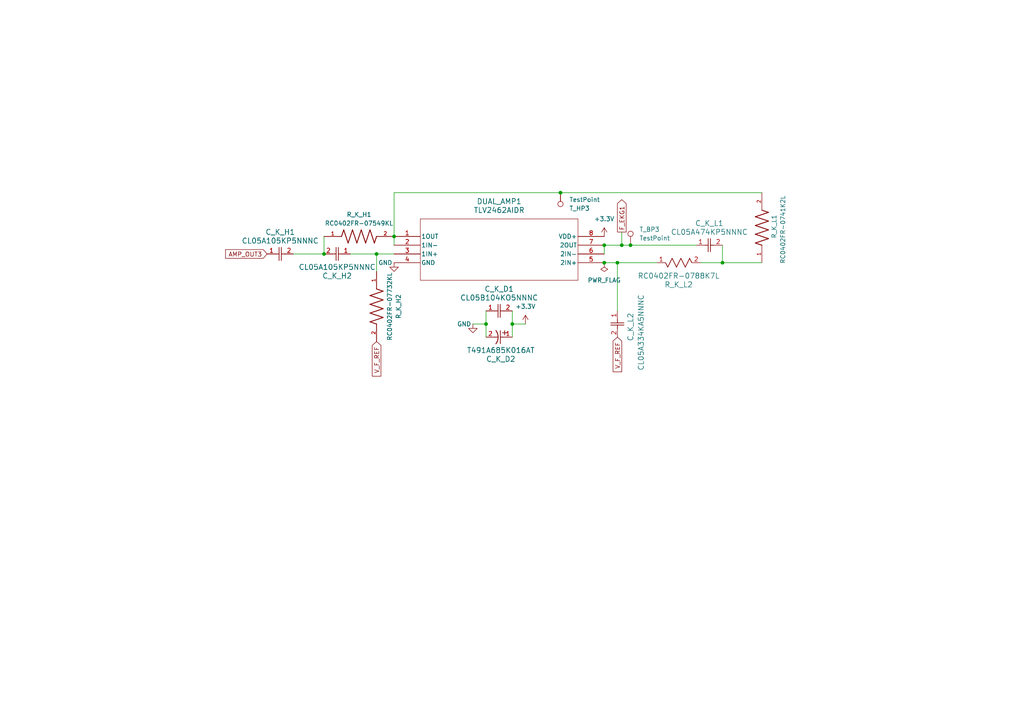
<source format=kicad_sch>
(kicad_sch (version 20231120) (generator "eeschema") (generator_version "8.0")
  (paper "A4")
  (title_block (title "EKG Filter") (date "2024-10-21") (rev "2") (company "FlexGlO"))
  (lib_symbols
    (symbol "2024-10-19_18-54-25:T491A685K016AT" (pin_names (offset 0.254))
      (property "Reference" "C" (at 3.81 3.81 0))
      (property "Value" "T491A685K016AT" (at 3.81 -3.81 0))
      (symbol "T491A685K016AT_1_1"
        (polyline (pts (xy 1.5748 1.27) (xy 2.8448 1.27)) (stroke (width 0.2032)))
        (polyline (pts (xy 2.2098 0.635) (xy 2.2098 1.905)) (stroke (width 0.2032)))
        (polyline (pts (xy 2.54 0) (xy 3.4798 0)) (stroke (width 0.2032)))
        (polyline (pts (xy 3.4798 -1.905) (xy 3.4798 1.905)) (stroke (width 0.2032)))
        (polyline (pts (xy 4.1148 0) (xy 5.08 0)) (stroke (width 0.2032)))
        (arc (start 4.7541 1.9108) (mid 4.1148 0) (end 4.7541 -1.9108) (stroke (width 0.254)))
        (pin unspecified line (at 0 0 0) (length 2.54) (name "") (number "1"))
        (pin unspecified line (at 7.62 0 180) (length 2.54) (name "") (number "2"))
      )
      (symbol "T491A685K016AT_1_2"
        (polyline (pts (xy -1.905 -3.4798) (xy 1.905 -3.4798)) (stroke (width 0.2032)))
        (polyline (pts (xy 0 -4.1148) (xy 0 -5.08)) (stroke (width 0.2032)))
        (polyline (pts (xy 0 -2.54) (xy 0 -3.4798)) (stroke (width 0.2032)))
        (polyline (pts (xy 0.635 -2.2098) (xy 1.905 -2.2098)) (stroke (width 0.2032)))
        (polyline (pts (xy 1.27 -1.5748) (xy 1.27 -2.8448)) (stroke (width 0.2032)))
        (arc (start 1.9108 -4.7541) (mid 0 -4.1148) (end -1.9108 -4.7541) (stroke (width 0.254)))
        (pin unspecified line (at 0 0 270) (length 2.54) (name "") (number "1"))
        (pin unspecified line (at 0 -7.62 90) (length 2.54) (name "") (number "2"))
      )
    )
    (symbol "CL05A105KO5NNNC:CL05A105KO5NNNC" (pin_names (offset 0.254))
      (property "Reference" "C" (at 3.81 3.81 0))
      (property "Value" "CL05A105KO5NNNC" (at 3.81 -3.81 0))
      (symbol "CL05A105KO5NNNC_1_1"
        (polyline (pts (xy 2.54 0) (xy 3.4798 0)) (stroke (width 0.2032)))
        (polyline (pts (xy 3.4798 -1.905) (xy 3.4798 1.905)) (stroke (width 0.2032)))
        (polyline (pts (xy 4.1148 -1.905) (xy 4.1148 1.905)) (stroke (width 0.2032)))
        (polyline (pts (xy 4.1148 0) (xy 5.08 0)) (stroke (width 0.2032)))
        (pin unspecified line (at 0 0 0) (length 2.54) (name "") (number "1"))
        (pin unspecified line (at 7.62 0 180) (length 2.54) (name "") (number "2"))
      )
      (symbol "CL05A105KO5NNNC_1_2"
        (polyline (pts (xy -1.905 -4.1148) (xy 1.905 -4.1148)) (stroke (width 0.2032)))
        (polyline (pts (xy -1.905 -3.4798) (xy 1.905 -3.4798)) (stroke (width 0.2032)))
        (polyline (pts (xy 0 -4.1148) (xy 0 -5.08)) (stroke (width 0.2032)))
        (polyline (pts (xy 0 -2.54) (xy 0 -3.4798)) (stroke (width 0.2032)))
        (pin unspecified line (at 0 0 270) (length 2.54) (name "") (number "1"))
        (pin unspecified line (at 0 -7.62 90) (length 2.54) (name "") (number "2"))
      )
    )
    (symbol "CL05A334KA5NNNC:CL05A334KA5NNNC" (pin_names (offset 0.254))
      (property "Reference" "C" (at 3.81 3.81 0))
      (property "Value" "CL05A334KA5NNNC" (at 3.81 -3.81 0))
      (symbol "CL05A334KA5NNNC_1_1"
        (polyline (pts (xy 2.54 0) (xy 3.4798 0)) (stroke (width 0.2032)))
        (polyline (pts (xy 3.4798 -1.905) (xy 3.4798 1.905)) (stroke (width 0.2032)))
        (polyline (pts (xy 4.1148 -1.905) (xy 4.1148 1.905)) (stroke (width 0.2032)))
        (polyline (pts (xy 4.1148 0) (xy 5.08 0)) (stroke (width 0.2032)))
        (pin unspecified line (at 0 0 0) (length 2.54) (name "") (number "1"))
        (pin unspecified line (at 7.62 0 180) (length 2.54) (name "") (number "2"))
      )
      (symbol "CL05A334KA5NNNC_1_2"
        (polyline (pts (xy -1.905 -4.1148) (xy 1.905 -4.1148)) (stroke (width 0.2032)))
        (polyline (pts (xy -1.905 -3.4798) (xy 1.905 -3.4798)) (stroke (width 0.2032)))
        (polyline (pts (xy 0 -4.1148) (xy 0 -5.08)) (stroke (width 0.2032)))
        (polyline (pts (xy 0 -2.54) (xy 0 -3.4798)) (stroke (width 0.2032)))
        (pin unspecified line (at 0 0 270) (length 2.54) (name "") (number "1"))
        (pin unspecified line (at 0 -7.62 90) (length 2.54) (name "") (number "2"))
      )
    )
    (symbol "CL05A474KP5NNNC:CL05A474KP5NNNC" (pin_names (offset 0.254))
      (property "Reference" "C" (at 3.81 3.81 0))
      (property "Value" "CL05A474KP5NNNC" (at 3.81 -3.81 0))
      (symbol "CL05A474KP5NNNC_1_1"
        (polyline (pts (xy 2.54 0) (xy 3.4798 0)) (stroke (width 0.2032)))
        (polyline (pts (xy 3.4798 -1.905) (xy 3.4798 1.905)) (stroke (width 0.2032)))
        (polyline (pts (xy 4.1148 -1.905) (xy 4.1148 1.905)) (stroke (width 0.2032)))
        (polyline (pts (xy 4.1148 0) (xy 5.08 0)) (stroke (width 0.2032)))
        (pin unspecified line (at 0 0 0) (length 2.54) (name "") (number "1"))
        (pin unspecified line (at 7.62 0 180) (length 2.54) (name "") (number "2"))
      )
      (symbol "CL05A474KP5NNNC_1_2"
        (polyline (pts (xy -1.905 -4.1148) (xy 1.905 -4.1148)) (stroke (width 0.2032)))
        (polyline (pts (xy -1.905 -3.4798) (xy 1.905 -3.4798)) (stroke (width 0.2032)))
        (polyline (pts (xy 0 -4.1148) (xy 0 -5.08)) (stroke (width 0.2032)))
        (polyline (pts (xy 0 -2.54) (xy 0 -3.4798)) (stroke (width 0.2032)))
        (pin unspecified line (at 0 0 270) (length 2.54) (name "") (number "1"))
        (pin unspecified line (at 0 -7.62 90) (length 2.54) (name "") (number "2"))
      )
    )
    (symbol "CL05B104KO5NNNC:CL05B104KO5NNNC" (pin_names (offset 0.254))
      (property "Reference" "C" (at 3.81 3.81 0))
      (property "Value" "CL05B104KO5NNNC" (at 3.81 -3.81 0))
      (symbol "CL05B104KO5NNNC_1_1"
        (polyline (pts (xy 2.54 0) (xy 3.4798 0)) (stroke (width 0.2032)))
        (polyline (pts (xy 3.4798 -1.905) (xy 3.4798 1.905)) (stroke (width 0.2032)))
        (polyline (pts (xy 4.1148 -1.905) (xy 4.1148 1.905)) (stroke (width 0.2032)))
        (polyline (pts (xy 4.1148 0) (xy 5.08 0)) (stroke (width 0.2032)))
        (pin unspecified line (at 0 0 0) (length 2.54) (name "") (number "1"))
        (pin unspecified line (at 7.62 0 180) (length 2.54) (name "") (number "2"))
      )
      (symbol "CL05B104KO5NNNC_1_2"
        (polyline (pts (xy -1.905 -4.1148) (xy 1.905 -4.1148)) (stroke (width 0.2032)))
        (polyline (pts (xy -1.905 -3.4798) (xy 1.905 -3.4798)) (stroke (width 0.2032)))
        (polyline (pts (xy 0 -4.1148) (xy 0 -5.08)) (stroke (width 0.2032)))
        (polyline (pts (xy 0 -2.54) (xy 0 -3.4798)) (stroke (width 0.2032)))
        (pin unspecified line (at 0 0 270) (length 2.54) (name "") (number "1"))
        (pin unspecified line (at 0 -7.62 90) (length 2.54) (name "") (number "2"))
      )
    )
    (symbol "Connector:TestPoint" (pin_numbers hide) (pin_names (offset 0.762) hide)
      (property "Reference" "TP" (at 0 6.858 0))
      (property "Value" "TestPoint" (at 0 5.08 0))
      (symbol "TestPoint_0_1"
        (circle (center 0 3.302) (radius 0.762))
      )
      (symbol "TestPoint_1_1"
        (pin passive line (at 0 0 90) (length 2.54) (name "1") (number "1"))
      )
    )
    (symbol "RC0402FR-0741K2L:RC0402FR-0741K2L" (pin_names (offset 1.016))
      (property "Reference" "R" (at -7.6244 2.5415 0))
      (property "Value" "RC0402FR-0741K2L" (at -7.63 -5.0866 0))
      (symbol "RC0402FR-0741K2L_0_0"
        (polyline (pts (xy -5.08 0) (xy -4.445 1.905)) (stroke (width 0.254)))
        (polyline (pts (xy -4.445 1.905) (xy -3.175 -1.905)) (stroke (width 0.254)))
        (polyline (pts (xy -3.175 -1.905) (xy -1.905 1.905)) (stroke (width 0.254)))
        (polyline (pts (xy -1.905 1.905) (xy -0.635 -1.905)) (stroke (width 0.254)))
        (polyline (pts (xy -0.635 -1.905) (xy 0.635 1.905)) (stroke (width 0.254)))
        (polyline (pts (xy 0.635 1.905) (xy 1.905 -1.905)) (stroke (width 0.254)))
        (polyline (pts (xy 1.905 -1.905) (xy 3.175 1.905)) (stroke (width 0.254)))
        (polyline (pts (xy 3.175 1.905) (xy 4.445 -1.905)) (stroke (width 0.254)))
        (polyline (pts (xy 4.445 -1.905) (xy 5.08 0)) (stroke (width 0.254)))
        (pin passive line (at -10.16 0 0) (length 5.08) (name "~") (number "1"))
        (pin passive line (at 10.16 0 180) (length 5.08) (name "~") (number "2"))
      )
    )
    (symbol "RC0402FR-07549KL:RC0402FR-07549KL" (pin_names (offset 1.016))
      (property "Reference" "R" (at -7.6244 2.5415 0))
      (property "Value" "RC0402FR-07549KL" (at -7.63 -5.0866 0))
      (symbol "RC0402FR-07549KL_0_0"
        (polyline (pts (xy -5.08 0) (xy -4.445 1.905)) (stroke (width 0.254)))
        (polyline (pts (xy -4.445 1.905) (xy -3.175 -1.905)) (stroke (width 0.254)))
        (polyline (pts (xy -3.175 -1.905) (xy -1.905 1.905)) (stroke (width 0.254)))
        (polyline (pts (xy -1.905 1.905) (xy -0.635 -1.905)) (stroke (width 0.254)))
        (polyline (pts (xy -0.635 -1.905) (xy 0.635 1.905)) (stroke (width 0.254)))
        (polyline (pts (xy 0.635 1.905) (xy 1.905 -1.905)) (stroke (width 0.254)))
        (polyline (pts (xy 1.905 -1.905) (xy 3.175 1.905)) (stroke (width 0.254)))
        (polyline (pts (xy 3.175 1.905) (xy 4.445 -1.905)) (stroke (width 0.254)))
        (polyline (pts (xy 4.445 -1.905) (xy 5.08 0)) (stroke (width 0.254)))
        (pin passive line (at -10.16 0 0) (length 5.08) (name "~") (number "1"))
        (pin passive line (at 10.16 0 180) (length 5.08) (name "~") (number "2"))
      )
    )
    (symbol "RC0402FR-07732KL:RC0402FR-07732KL" (pin_names (offset 1.016))
      (property "Reference" "R" (at -7.6244 2.5415 0))
      (property "Value" "RC0402FR-07732KL" (at -7.63 -5.0866 0))
      (symbol "RC0402FR-07732KL_0_0"
        (polyline (pts (xy -5.08 0) (xy -4.445 1.905)) (stroke (width 0.254)))
        (polyline (pts (xy -4.445 1.905) (xy -3.175 -1.905)) (stroke (width 0.254)))
        (polyline (pts (xy -3.175 -1.905) (xy -1.905 1.905)) (stroke (width 0.254)))
        (polyline (pts (xy -1.905 1.905) (xy -0.635 -1.905)) (stroke (width 0.254)))
        (polyline (pts (xy -0.635 -1.905) (xy 0.635 1.905)) (stroke (width 0.254)))
        (polyline (pts (xy 0.635 1.905) (xy 1.905 -1.905)) (stroke (width 0.254)))
        (polyline (pts (xy 1.905 -1.905) (xy 3.175 1.905)) (stroke (width 0.254)))
        (polyline (pts (xy 3.175 1.905) (xy 4.445 -1.905)) (stroke (width 0.254)))
        (polyline (pts (xy 4.445 -1.905) (xy 5.08 0)) (stroke (width 0.254)))
        (pin passive line (at -10.16 0 0) (length 5.08) (name "~") (number "1"))
        (pin passive line (at 10.16 0 180) (length 5.08) (name "~") (number "2"))
      )
    )
    (symbol "RC0402FR-0788K7L:RC0402FR-0788K7L" (pin_names (offset 0.254))
      (property "Reference" "R" (at 5.715 3.81 0))
      (property "Value" "RC0402FR-0788K7L" (at 6.35 -3.81 0))
      (symbol "RC0402FR-0788K7L_1_1"
        (polyline (pts (xy 2.54 0) (xy 3.175 1.27)) (stroke (width 0.2032)))
        (polyline (pts (xy 3.175 1.27) (xy 4.445 -1.27)) (stroke (width 0.2032)))
        (polyline (pts (xy 4.445 -1.27) (xy 5.715 1.27)) (stroke (width 0.2032)))
        (polyline (pts (xy 5.715 1.27) (xy 6.985 -1.27)) (stroke (width 0.2032)))
        (polyline (pts (xy 6.985 -1.27) (xy 8.255 1.27)) (stroke (width 0.2032)))
        (polyline (pts (xy 8.255 1.27) (xy 9.525 -1.27)) (stroke (width 0.2032)))
        (polyline (pts (xy 9.525 -1.27) (xy 10.16 0)) (stroke (width 0.2032)))
        (pin unspecified line (at 12.7 0 180) (length 2.54) (name "") (number "1"))
        (pin unspecified line (at 0 0 0) (length 2.54) (name "") (number "2"))
      )
      (symbol "RC0402FR-0788K7L_1_2"
        (polyline (pts (xy -1.27 3.175) (xy 1.27 4.445)) (stroke (width 0.2032)))
        (polyline (pts (xy -1.27 5.715) (xy 1.27 6.985)) (stroke (width 0.2032)))
        (polyline (pts (xy -1.27 8.255) (xy 1.27 9.525)) (stroke (width 0.2032)))
        (polyline (pts (xy 0 2.54) (xy -1.27 3.175)) (stroke (width 0.2032)))
        (polyline (pts (xy 1.27 4.445) (xy -1.27 5.715)) (stroke (width 0.2032)))
        (polyline (pts (xy 1.27 6.985) (xy -1.27 8.255)) (stroke (width 0.2032)))
        (polyline (pts (xy 1.27 9.525) (xy 0 10.16)) (stroke (width 0.2032)))
        (pin unspecified line (at 0 12.7 270) (length 2.54) (name "") (number "1"))
        (pin unspecified line (at 0 0 90) (length 2.54) (name "") (number "2"))
      )
    )
    (symbol "TLV2462AIDR:TLV2462AIDR" (pin_names (offset 0.254))
      (property "Reference" "U" (at 30.48 10.16 0))
      (property "Value" "TLV2462AIDR" (at 30.48 7.62 0))
      (symbol "TLV2462AIDR_0_1"
        (polyline (pts (xy 7.62 -12.7) (xy 53.34 -12.7)) (stroke (width 0.127)))
        (polyline (pts (xy 7.62 5.08) (xy 7.62 -12.7)) (stroke (width 0.127)))
        (polyline (pts (xy 53.34 -12.7) (xy 53.34 5.08)) (stroke (width 0.127)))
        (polyline (pts (xy 53.34 5.08) (xy 7.62 5.08)) (stroke (width 0.127)))
        (pin output line (at 0 0 0) (length 7.62) (name "1OUT") (number "1"))
        (pin input line (at 0 -2.54 0) (length 7.62) (name "1IN-") (number "2"))
        (pin input line (at 0 -5.08 0) (length 7.62) (name "1IN+") (number "3"))
        (pin power_in line (at 0 -7.62 0) (length 7.62) (name "GND") (number "4"))
        (pin input line (at 60.96 -7.62 180) (length 7.62) (name "2IN+") (number "5"))
        (pin input line (at 60.96 -5.08 180) (length 7.62) (name "2IN-") (number "6"))
        (pin output line (at 60.96 -2.54 180) (length 7.62) (name "2OUT") (number "7"))
        (pin power_in line (at 60.96 0 180) (length 7.62) (name "VDD+") (number "8"))
      )
    )
    (symbol "power:+3.3V" (power) (pin_names (offset 0))
      (property "Value" "+3.3V" (at 0 3.556 0))
      (symbol "+3.3V_0_1"
        (polyline (pts (xy -0.762 1.27) (xy 0 2.54)))
        (polyline (pts (xy 0 0) (xy 0 2.54)))
        (polyline (pts (xy 0 2.54) (xy 0.762 1.27)))
      )
      (symbol "+3.3V_1_1"
        (pin power_in line (at 0 0 90) (length 0) hide (name "+3.3V") (number "1"))
      )
    )
    (symbol "power:GND" (power) (pin_names (offset 0))
      (property "Value" "GND" (at 0 -3.81 0))
      (symbol "GND_0_1"
        (polyline (pts (xy 0 0) (xy 0 -1.27) (xy 1.27 -1.27) (xy 0 -2.54) (xy -1.27 -1.27) (xy 0 -1.27)))
      )
      (symbol "GND_1_1"
        (pin power_in line (at 0 0 270) (length 0) hide (name "GND") (number "1"))
      )
    )
    (symbol "power:PWR_FLAG" (power) (pin_numbers hide) (pin_names (offset 0) hide)
      (property "Value" "PWR_FLAG" (at 0 3.81 0))
      (symbol "PWR_FLAG_0_0"
        (pin power_out line (at 0 0 90) (length 0) (name "~") (number "1"))
      )
      (symbol "PWR_FLAG_0_1"
        (polyline (pts (xy 0 0) (xy 0 1.27) (xy -1.016 1.905) (xy 0 2.54) (xy 1.016 1.905) (xy 0 1.27)))
      )
    )
  )
  (junction (at 93.98 73.66))
  (junction (at 175.26 71.12))
  (junction (at 175.26 76.2))
  (junction (at 109.22 73.66))
  (junction (at 114.3 68.58))
  (junction (at 140.97 93.98))
  (junction (at 179.07 76.2))
  (junction (at 148.59 93.98))
  (junction (at 162.56 55.88))
  (junction (at 180.34 71.12))
  (junction (at 182.88 71.12))
  (junction (at 209.55 76.2))
  (wire (pts (xy 137.16 93.98) (xy 140.97 93.98)))
  (wire (pts (xy 148.59 90.17) (xy 148.59 93.98)))
  (wire (pts (xy 140.97 93.98) (xy 140.97 97.79)))
  (wire (pts (xy 209.55 76.2) (xy 220.98 76.2)))
  (wire (pts (xy 175.26 71.12) (xy 180.34 71.12)))
  (wire (pts (xy 179.07 76.2) (xy 179.07 90.17)))
  (wire (pts (xy 114.3 68.58) (xy 114.3 71.12)))
  (wire (pts (xy 114.3 55.88) (xy 114.3 68.58)))
  (wire (pts (xy 209.55 71.12) (xy 209.55 76.2)))
  (wire (pts (xy 203.2 76.2) (xy 209.55 76.2)))
  (wire (pts (xy 175.26 71.12) (xy 175.26 73.66)))
  (wire (pts (xy 109.22 73.66) (xy 109.22 78.74)))
  (wire (pts (xy 148.59 93.98) (xy 152.4 93.98)))
  (wire (pts (xy 180.34 71.12) (xy 182.88 71.12)))
  (wire (pts (xy 182.88 71.12) (xy 201.93 71.12)))
  (wire (pts (xy 109.22 73.66) (xy 114.3 73.66)))
  (wire (pts (xy 93.98 68.58) (xy 93.98 73.66)))
  (wire (pts (xy 140.97 90.17) (xy 140.97 93.98)))
  (wire (pts (xy 179.07 76.2) (xy 190.5 76.2)))
  (wire (pts (xy 180.34 67.31) (xy 180.34 71.12)))
  (wire (pts (xy 85.09 73.66) (xy 93.98 73.66)))
  (wire (pts (xy 162.56 55.88) (xy 114.3 55.88)))
  (wire (pts (xy 101.6 73.66) (xy 109.22 73.66)))
  (wire (pts (xy 162.56 55.88) (xy 220.98 55.88)))
  (wire (pts (xy 148.59 93.98) (xy 148.59 97.79)))
  (wire (pts (xy 179.07 76.2) (xy 175.26 76.2)))
  (global_label "AMP_OUT3" (shape input) (at 77.47 73.66 180) (property "Intersheetrefs" "${INTERSHEET_REFS}" (effects (hide yes))))
  (global_label "V_F_REF" (shape input) (at 109.22 99.06 270) (property "Intersheetrefs" "${INTERSHEET_REFS}" (effects (hide yes))))
  (global_label "V_F_REF" (shape input) (at 179.07 97.79 270) (property "Intersheetrefs" "${INTERSHEET_REFS}" (effects (hide yes))))
  (global_label "F_EKG1" (shape output) (at 180.34 67.31 90) (property "Intersheetrefs" "${INTERSHEET_REFS}" (effects (hide yes))))
  (symbol (lib_id "RC0402FR-0788K7L:RC0402FR-0788K7L") (at 203.2 76.2 0) (mirror y) (unit 1)
    (property "Reference" "R_K_L2" (at 196.85 82.55 0) (effects (font (size 1.524 1.524))))
    (property "Value" "RC0402FR-0788K7L" (at 196.85 80.01 0) (effects (font (size 1.524 1.524))))
    (property "Footprint" "Resistor_SMD:R_0402_1005Metric" (effects (hide yes)))
    (property "Datasheet" "RC0402FR-0788K7L" (effects (hide yes)))
  )
  (symbol (lib_id "power:PWR_FLAG") (at 175.26 76.2 180) (unit 1)
    (property "Reference" "#FLG011" (effects (hide yes)))
    (property "Value" "PWR_FLAG" (at 175.26 81.28 0))
    (property "Description" "Special symbol for telling ERC where power comes from" (effects (hide yes)))
  )
  (symbol (lib_id "CL05B104KO5NNNC:CL05B104KO5NNNC") (at 140.97 90.17 0) (unit 1)
    (property "Reference" "C_K_D1" (at 144.78 83.82 0) (effects (font (size 1.524 1.524))))
    (property "Value" "CL05B104KO5NNNC" (at 144.78 86.36 0) (effects (font (size 1.524 1.524))))
    (property "Footprint" "Capacitor_SMD:C_0402_1005Metric" (effects (hide yes)))
    (property "Datasheet" "CL05B104KO5NNNC" (effects (hide yes)))
  )
  (symbol (lib_id "RC0402FR-0741K2L:RC0402FR-0741K2L") (at 220.98 66.04 90) (unit 1)
    (property "Reference" "R_K_L1" (at 224.536 62.23 0) (effects (justify right)))
    (property "Value" "RC0402FR-0741K2L" (at 227.076 56.642 0) (effects (justify right)))
    (property "Footprint" "Resistor_SMD:R_0402_1005Metric" (effects (hide yes)))
  )
  (symbol (lib_id "Connector:TestPoint") (at 182.88 71.12 0) (unit 1)
    (property "Reference" "T_BP3" (at 185.42 66.5479 0) (effects (justify left)))
    (property "Value" "TestPoint" (at 185.42 69.0879 0) (effects (justify left)))
    (property "Footprint" "TestPoint:TestPoint_Pad_1.0x1.0mm" (effects (hide yes)))
  )
  (symbol (lib_id "CL05A474KP5NNNC:CL05A474KP5NNNC") (at 201.93 71.12 0) (unit 1)
    (property "Reference" "C_K_L1" (at 205.74 64.77 0) (effects (font (size 1.524 1.524))))
    (property "Value" "CL05A474KP5NNNC" (at 205.74 67.31 0) (effects (font (size 1.524 1.524))))
    (property "Footprint" "Capacitor_SMD:C_0402_1005Metric" (effects (hide yes)))
    (property "Datasheet" "CL05A474KP5NNNC" (effects (hide yes)))
  )
  (symbol (lib_id "2024-10-19_18-54-25:T491A685K016AT") (at 148.59 97.79 0) (mirror y) (unit 1)
    (property "Reference" "C_K_D2" (at 145.2626 104.14 0) (effects (font (size 1.524 1.524))))
    (property "Value" "T491A685K016AT" (at 145.2626 101.6 0) (effects (font (size 1.524 1.524))))
    (property "Footprint" "Capacitor_SMD:C_1206_3216Metric" (effects (hide yes)))
    (property "Datasheet" "T491A685K016AT" (effects (hide yes)))
  )
  (symbol (lib_id "power:+3.3V") (at 175.26 68.58 0) (unit 1)
    (property "Reference" "#PWR027" (effects (hide yes)))
    (property "Value" "+3.3V" (at 175.26 63.5 0))
  )
  (symbol (lib_id "RC0402FR-07549KL:RC0402FR-07549KL") (at 104.14 68.58 0) (unit 1)
    (property "Reference" "R_K_H1" (at 104.14 62.23 0))
    (property "Value" "RC0402FR-07549KL" (at 104.14 64.77 0))
    (property "Footprint" "Resistor_SMD:R_0402_1005Metric" (effects (hide yes)))
  )
  (symbol (lib_id "RC0402FR-07732KL:RC0402FR-07732KL") (at 109.22 88.9 270) (unit 1)
    (property "Reference" "R_K_H2" (at 115.57 88.9 0))
    (property "Value" "RC0402FR-07732KL" (at 113.03 88.9 0))
    (property "Footprint" "Resistor_SMD:R_0402_1005Metric" (effects (hide yes)))
  )
  (symbol (lib_id "power:GND") (at 114.3 76.2 0) (unit 1)
    (property "Reference" "#PWR030" (effects (hide yes)))
    (property "Value" "GND" (at 111.76 76.2 0))
  )
  (symbol (lib_id "power:GND") (at 137.16 93.98 0) (unit 1)
    (property "Reference" "#PWR028" (effects (hide yes)))
    (property "Value" "GND" (at 134.62 93.98 0))
  )
  (symbol (lib_id "CL05A105KO5NNNC:CL05A105KO5NNNC") (at 77.47 73.66 0) (unit 1)
    (property "Reference" "C_K_H1" (at 81.28 67.31 0) (effects (font (size 1.524 1.524))))
    (property "Value" "CL05A105KP5NNNC" (at 81.28 69.85 0) (effects (font (size 1.524 1.524))))
    (property "Footprint" "Capacitor_SMD:C_0402_1005Metric" (effects (hide yes)))
    (property "Datasheet" "CL05A105KP5NNNC" (effects (hide yes)))
  )
  (symbol (lib_id "power:+3.3V") (at 152.4 93.98 0) (unit 1)
    (property "Reference" "#PWR029" (effects (hide yes)))
    (property "Value" "+3.3V" (at 152.4 88.9 0))
  )
  (symbol (lib_id "TLV2462AIDR:TLV2462AIDR") (at 114.3 68.58 0) (unit 1)
    (property "Reference" "DUAL_AMP1" (at 144.78 58.42 0) (effects (font (size 1.524 1.524))))
    (property "Value" "TLV2462AIDR" (at 144.78 60.96 0) (effects (font (size 1.524 1.524))))
    (property "Footprint" "Footprints:D8-M" (effects (hide yes)))
    (property "Datasheet" "TLV2462AIDR" (effects (hide yes)))
  )
  (symbol (lib_id "Connector:TestPoint") (at 162.56 55.88 0) (mirror x) (unit 1)
    (property "Reference" "T_HP3" (at 165.1 60.452 0) (effects (justify left)))
    (property "Value" "TestPoint" (at 165.1 57.912 0) (effects (justify left)))
    (property "Footprint" "TestPoint:TestPoint_Pad_1.0x1.0mm" (effects (hide yes)))
  )
  (symbol (lib_id "CL05A334KA5NNNC:CL05A334KA5NNNC") (at 179.07 90.17 270) (unit 1)
    (property "Reference" "C_K_L2" (at 182.88 90.678 0) (effects (font (size 1.524 1.524)) (justify left)))
    (property "Value" "CL05A334KA5NNNC" (at 185.928 85.344 0) (effects (font (size 1.524 1.524)) (justify left)))
    (property "Footprint" "Capacitor_SMD:C_0402_1005Metric" (effects (hide yes)))
    (property "Datasheet" "CL05A334KA5NNNC" (effects (hide yes)))
  )
  (symbol (lib_id "CL05A105KO5NNNC:CL05A105KO5NNNC") (at 101.6 73.66 0) (mirror y) (unit 1)
    (property "Reference" "C_K_H2" (at 97.79 80.01 0) (effects (font (size 1.524 1.524))))
    (property "Value" "CL05A105KP5NNNC" (at 97.79 77.47 0) (effects (font (size 1.524 1.524))))
    (property "Footprint" "Capacitor_SMD:C_0402_1005Metric" (effects (hide yes)))
    (property "Datasheet" "CL05A105KP5NNNC" (effects (hide yes)))
  )
)
</source>
